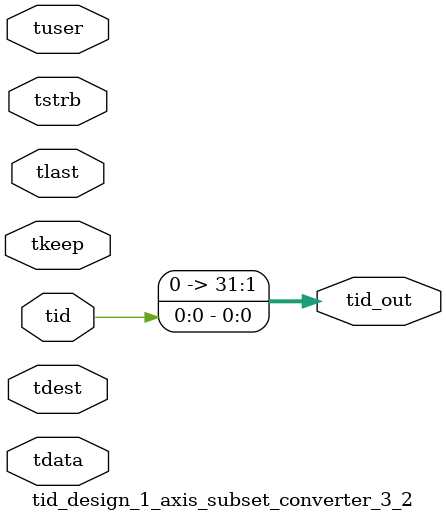
<source format=v>


`timescale 1ps/1ps

module tid_design_1_axis_subset_converter_3_2 #
(
parameter C_S_AXIS_TID_WIDTH   = 1,
parameter C_S_AXIS_TUSER_WIDTH = 0,
parameter C_S_AXIS_TDATA_WIDTH = 0,
parameter C_S_AXIS_TDEST_WIDTH = 0,
parameter C_M_AXIS_TID_WIDTH   = 32
)
(
input  [(C_S_AXIS_TID_WIDTH   == 0 ? 1 : C_S_AXIS_TID_WIDTH)-1:0       ] tid,
input  [(C_S_AXIS_TDATA_WIDTH == 0 ? 1 : C_S_AXIS_TDATA_WIDTH)-1:0     ] tdata,
input  [(C_S_AXIS_TUSER_WIDTH == 0 ? 1 : C_S_AXIS_TUSER_WIDTH)-1:0     ] tuser,
input  [(C_S_AXIS_TDEST_WIDTH == 0 ? 1 : C_S_AXIS_TDEST_WIDTH)-1:0     ] tdest,
input  [(C_S_AXIS_TDATA_WIDTH/8)-1:0 ] tkeep,
input  [(C_S_AXIS_TDATA_WIDTH/8)-1:0 ] tstrb,
input                                                                    tlast,
output [(C_M_AXIS_TID_WIDTH   == 0 ? 1 : C_M_AXIS_TID_WIDTH)-1:0       ] tid_out
);

assign tid_out = {tid[0:0]};

endmodule


</source>
